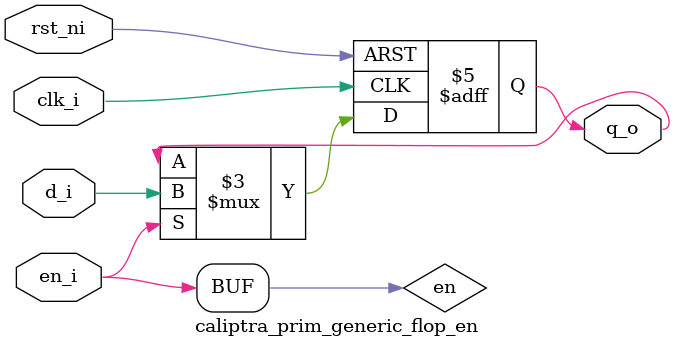
<source format=sv>

`include "caliptra_prim_assert.sv"

module caliptra_prim_generic_flop_en #(
  parameter int               Width      = 1,
  parameter bit               EnSecBuf   = 0,
  parameter logic [Width-1:0] ResetValue = 0
) (
  input                    clk_i,
  input                    rst_ni,
  input                    en_i,
  input        [Width-1:0] d_i,
  output logic [Width-1:0] q_o
);

  logic en;
  if (EnSecBuf) begin : gen_en_sec_buf
    caliptra_prim_sec_anchor_buf #(
      .Width(1)
    ) u_en_buf (
      .in_i(en_i),
      .out_o(en)
    );
  end else begin : gen_en_no_sec_buf
    assign en = en_i;
  end

  always_ff @(posedge clk_i or negedge rst_ni) begin
    if (!rst_ni) begin
      q_o <= ResetValue;
    end else if (en) begin
      q_o <= d_i;
    end
  end

endmodule

</source>
